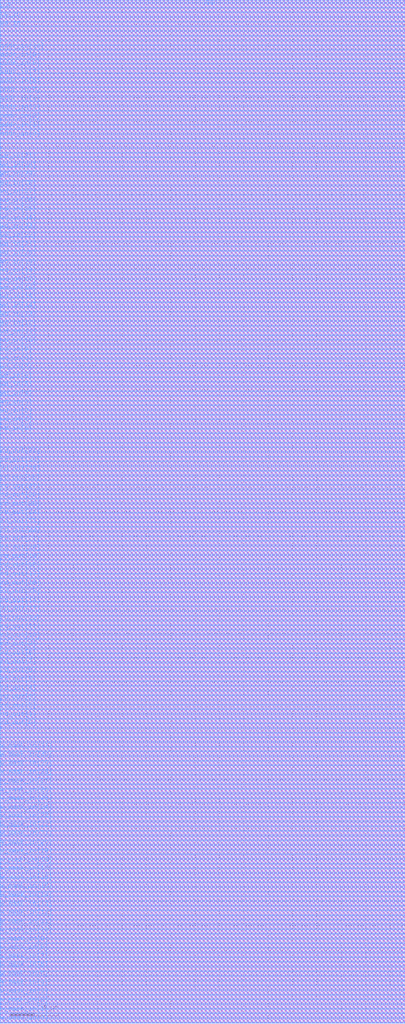
<source format=lef>
# Generated by FakeRAM 2.0
VERSION 5.7 ;
BUSBITCHARS "[]" ;
PROPERTYDEFINITIONS
  MACRO width INTEGER ;
  MACRO depth INTEGER ;
  MACRO banks INTEGER ;
END PROPERTYDEFINITIONS
MACRO fakeram7_sp_2048x32
  PROPERTY width 32 ;
  PROPERTY depth 2048 ;
  PROPERTY banks 8 ;
  FOREIGN fakeram7_sp_2048x32 0 0 ;
  SYMMETRY X Y ;
  SIZE 33.250 BY 84.000 ;
  CLASS BLOCK ;
  PIN w_mask_in[0]
    DIRECTION INPUT ;
    USE SIGNAL ;
    SHAPE ABUTMENT ;
    PORT
      LAYER M4 ;
      RECT 0.000 0.048 0.024 0.072 ;
    END
  END w_mask_in[0]
  PIN w_mask_in[1]
    DIRECTION INPUT ;
    USE SIGNAL ;
    SHAPE ABUTMENT ;
    PORT
      LAYER M4 ;
      RECT 0.000 0.768 0.024 0.792 ;
    END
  END w_mask_in[1]
  PIN w_mask_in[2]
    DIRECTION INPUT ;
    USE SIGNAL ;
    SHAPE ABUTMENT ;
    PORT
      LAYER M4 ;
      RECT 0.000 1.488 0.024 1.512 ;
    END
  END w_mask_in[2]
  PIN w_mask_in[3]
    DIRECTION INPUT ;
    USE SIGNAL ;
    SHAPE ABUTMENT ;
    PORT
      LAYER M4 ;
      RECT 0.000 2.208 0.024 2.232 ;
    END
  END w_mask_in[3]
  PIN w_mask_in[4]
    DIRECTION INPUT ;
    USE SIGNAL ;
    SHAPE ABUTMENT ;
    PORT
      LAYER M4 ;
      RECT 0.000 2.928 0.024 2.952 ;
    END
  END w_mask_in[4]
  PIN w_mask_in[5]
    DIRECTION INPUT ;
    USE SIGNAL ;
    SHAPE ABUTMENT ;
    PORT
      LAYER M4 ;
      RECT 0.000 3.648 0.024 3.672 ;
    END
  END w_mask_in[5]
  PIN w_mask_in[6]
    DIRECTION INPUT ;
    USE SIGNAL ;
    SHAPE ABUTMENT ;
    PORT
      LAYER M4 ;
      RECT 0.000 4.368 0.024 4.392 ;
    END
  END w_mask_in[6]
  PIN w_mask_in[7]
    DIRECTION INPUT ;
    USE SIGNAL ;
    SHAPE ABUTMENT ;
    PORT
      LAYER M4 ;
      RECT 0.000 5.088 0.024 5.112 ;
    END
  END w_mask_in[7]
  PIN w_mask_in[8]
    DIRECTION INPUT ;
    USE SIGNAL ;
    SHAPE ABUTMENT ;
    PORT
      LAYER M4 ;
      RECT 0.000 5.808 0.024 5.832 ;
    END
  END w_mask_in[8]
  PIN w_mask_in[9]
    DIRECTION INPUT ;
    USE SIGNAL ;
    SHAPE ABUTMENT ;
    PORT
      LAYER M4 ;
      RECT 0.000 6.528 0.024 6.552 ;
    END
  END w_mask_in[9]
  PIN w_mask_in[10]
    DIRECTION INPUT ;
    USE SIGNAL ;
    SHAPE ABUTMENT ;
    PORT
      LAYER M4 ;
      RECT 0.000 7.248 0.024 7.272 ;
    END
  END w_mask_in[10]
  PIN w_mask_in[11]
    DIRECTION INPUT ;
    USE SIGNAL ;
    SHAPE ABUTMENT ;
    PORT
      LAYER M4 ;
      RECT 0.000 7.968 0.024 7.992 ;
    END
  END w_mask_in[11]
  PIN w_mask_in[12]
    DIRECTION INPUT ;
    USE SIGNAL ;
    SHAPE ABUTMENT ;
    PORT
      LAYER M4 ;
      RECT 0.000 8.688 0.024 8.712 ;
    END
  END w_mask_in[12]
  PIN w_mask_in[13]
    DIRECTION INPUT ;
    USE SIGNAL ;
    SHAPE ABUTMENT ;
    PORT
      LAYER M4 ;
      RECT 0.000 9.408 0.024 9.432 ;
    END
  END w_mask_in[13]
  PIN w_mask_in[14]
    DIRECTION INPUT ;
    USE SIGNAL ;
    SHAPE ABUTMENT ;
    PORT
      LAYER M4 ;
      RECT 0.000 10.128 0.024 10.152 ;
    END
  END w_mask_in[14]
  PIN w_mask_in[15]
    DIRECTION INPUT ;
    USE SIGNAL ;
    SHAPE ABUTMENT ;
    PORT
      LAYER M4 ;
      RECT 0.000 10.848 0.024 10.872 ;
    END
  END w_mask_in[15]
  PIN w_mask_in[16]
    DIRECTION INPUT ;
    USE SIGNAL ;
    SHAPE ABUTMENT ;
    PORT
      LAYER M4 ;
      RECT 0.000 11.568 0.024 11.592 ;
    END
  END w_mask_in[16]
  PIN w_mask_in[17]
    DIRECTION INPUT ;
    USE SIGNAL ;
    SHAPE ABUTMENT ;
    PORT
      LAYER M4 ;
      RECT 0.000 12.288 0.024 12.312 ;
    END
  END w_mask_in[17]
  PIN w_mask_in[18]
    DIRECTION INPUT ;
    USE SIGNAL ;
    SHAPE ABUTMENT ;
    PORT
      LAYER M4 ;
      RECT 0.000 13.008 0.024 13.032 ;
    END
  END w_mask_in[18]
  PIN w_mask_in[19]
    DIRECTION INPUT ;
    USE SIGNAL ;
    SHAPE ABUTMENT ;
    PORT
      LAYER M4 ;
      RECT 0.000 13.728 0.024 13.752 ;
    END
  END w_mask_in[19]
  PIN w_mask_in[20]
    DIRECTION INPUT ;
    USE SIGNAL ;
    SHAPE ABUTMENT ;
    PORT
      LAYER M4 ;
      RECT 0.000 14.448 0.024 14.472 ;
    END
  END w_mask_in[20]
  PIN w_mask_in[21]
    DIRECTION INPUT ;
    USE SIGNAL ;
    SHAPE ABUTMENT ;
    PORT
      LAYER M4 ;
      RECT 0.000 15.168 0.024 15.192 ;
    END
  END w_mask_in[21]
  PIN w_mask_in[22]
    DIRECTION INPUT ;
    USE SIGNAL ;
    SHAPE ABUTMENT ;
    PORT
      LAYER M4 ;
      RECT 0.000 15.888 0.024 15.912 ;
    END
  END w_mask_in[22]
  PIN w_mask_in[23]
    DIRECTION INPUT ;
    USE SIGNAL ;
    SHAPE ABUTMENT ;
    PORT
      LAYER M4 ;
      RECT 0.000 16.608 0.024 16.632 ;
    END
  END w_mask_in[23]
  PIN w_mask_in[24]
    DIRECTION INPUT ;
    USE SIGNAL ;
    SHAPE ABUTMENT ;
    PORT
      LAYER M4 ;
      RECT 0.000 17.328 0.024 17.352 ;
    END
  END w_mask_in[24]
  PIN w_mask_in[25]
    DIRECTION INPUT ;
    USE SIGNAL ;
    SHAPE ABUTMENT ;
    PORT
      LAYER M4 ;
      RECT 0.000 18.048 0.024 18.072 ;
    END
  END w_mask_in[25]
  PIN w_mask_in[26]
    DIRECTION INPUT ;
    USE SIGNAL ;
    SHAPE ABUTMENT ;
    PORT
      LAYER M4 ;
      RECT 0.000 18.768 0.024 18.792 ;
    END
  END w_mask_in[26]
  PIN w_mask_in[27]
    DIRECTION INPUT ;
    USE SIGNAL ;
    SHAPE ABUTMENT ;
    PORT
      LAYER M4 ;
      RECT 0.000 19.488 0.024 19.512 ;
    END
  END w_mask_in[27]
  PIN w_mask_in[28]
    DIRECTION INPUT ;
    USE SIGNAL ;
    SHAPE ABUTMENT ;
    PORT
      LAYER M4 ;
      RECT 0.000 20.208 0.024 20.232 ;
    END
  END w_mask_in[28]
  PIN w_mask_in[29]
    DIRECTION INPUT ;
    USE SIGNAL ;
    SHAPE ABUTMENT ;
    PORT
      LAYER M4 ;
      RECT 0.000 20.928 0.024 20.952 ;
    END
  END w_mask_in[29]
  PIN w_mask_in[30]
    DIRECTION INPUT ;
    USE SIGNAL ;
    SHAPE ABUTMENT ;
    PORT
      LAYER M4 ;
      RECT 0.000 21.648 0.024 21.672 ;
    END
  END w_mask_in[30]
  PIN w_mask_in[31]
    DIRECTION INPUT ;
    USE SIGNAL ;
    SHAPE ABUTMENT ;
    PORT
      LAYER M4 ;
      RECT 0.000 22.368 0.024 22.392 ;
    END
  END w_mask_in[31]
  PIN rd_out[0]
    DIRECTION OUTPUT ;
    USE SIGNAL ;
    SHAPE ABUTMENT ;
    PORT
      LAYER M4 ;
      RECT 0.000 24.240 0.024 24.264 ;
    END
  END rd_out[0]
  PIN rd_out[1]
    DIRECTION OUTPUT ;
    USE SIGNAL ;
    SHAPE ABUTMENT ;
    PORT
      LAYER M4 ;
      RECT 0.000 24.960 0.024 24.984 ;
    END
  END rd_out[1]
  PIN rd_out[2]
    DIRECTION OUTPUT ;
    USE SIGNAL ;
    SHAPE ABUTMENT ;
    PORT
      LAYER M4 ;
      RECT 0.000 25.680 0.024 25.704 ;
    END
  END rd_out[2]
  PIN rd_out[3]
    DIRECTION OUTPUT ;
    USE SIGNAL ;
    SHAPE ABUTMENT ;
    PORT
      LAYER M4 ;
      RECT 0.000 26.400 0.024 26.424 ;
    END
  END rd_out[3]
  PIN rd_out[4]
    DIRECTION OUTPUT ;
    USE SIGNAL ;
    SHAPE ABUTMENT ;
    PORT
      LAYER M4 ;
      RECT 0.000 27.120 0.024 27.144 ;
    END
  END rd_out[4]
  PIN rd_out[5]
    DIRECTION OUTPUT ;
    USE SIGNAL ;
    SHAPE ABUTMENT ;
    PORT
      LAYER M4 ;
      RECT 0.000 27.840 0.024 27.864 ;
    END
  END rd_out[5]
  PIN rd_out[6]
    DIRECTION OUTPUT ;
    USE SIGNAL ;
    SHAPE ABUTMENT ;
    PORT
      LAYER M4 ;
      RECT 0.000 28.560 0.024 28.584 ;
    END
  END rd_out[6]
  PIN rd_out[7]
    DIRECTION OUTPUT ;
    USE SIGNAL ;
    SHAPE ABUTMENT ;
    PORT
      LAYER M4 ;
      RECT 0.000 29.280 0.024 29.304 ;
    END
  END rd_out[7]
  PIN rd_out[8]
    DIRECTION OUTPUT ;
    USE SIGNAL ;
    SHAPE ABUTMENT ;
    PORT
      LAYER M4 ;
      RECT 0.000 30.000 0.024 30.024 ;
    END
  END rd_out[8]
  PIN rd_out[9]
    DIRECTION OUTPUT ;
    USE SIGNAL ;
    SHAPE ABUTMENT ;
    PORT
      LAYER M4 ;
      RECT 0.000 30.720 0.024 30.744 ;
    END
  END rd_out[9]
  PIN rd_out[10]
    DIRECTION OUTPUT ;
    USE SIGNAL ;
    SHAPE ABUTMENT ;
    PORT
      LAYER M4 ;
      RECT 0.000 31.440 0.024 31.464 ;
    END
  END rd_out[10]
  PIN rd_out[11]
    DIRECTION OUTPUT ;
    USE SIGNAL ;
    SHAPE ABUTMENT ;
    PORT
      LAYER M4 ;
      RECT 0.000 32.160 0.024 32.184 ;
    END
  END rd_out[11]
  PIN rd_out[12]
    DIRECTION OUTPUT ;
    USE SIGNAL ;
    SHAPE ABUTMENT ;
    PORT
      LAYER M4 ;
      RECT 0.000 32.880 0.024 32.904 ;
    END
  END rd_out[12]
  PIN rd_out[13]
    DIRECTION OUTPUT ;
    USE SIGNAL ;
    SHAPE ABUTMENT ;
    PORT
      LAYER M4 ;
      RECT 0.000 33.600 0.024 33.624 ;
    END
  END rd_out[13]
  PIN rd_out[14]
    DIRECTION OUTPUT ;
    USE SIGNAL ;
    SHAPE ABUTMENT ;
    PORT
      LAYER M4 ;
      RECT 0.000 34.320 0.024 34.344 ;
    END
  END rd_out[14]
  PIN rd_out[15]
    DIRECTION OUTPUT ;
    USE SIGNAL ;
    SHAPE ABUTMENT ;
    PORT
      LAYER M4 ;
      RECT 0.000 35.040 0.024 35.064 ;
    END
  END rd_out[15]
  PIN rd_out[16]
    DIRECTION OUTPUT ;
    USE SIGNAL ;
    SHAPE ABUTMENT ;
    PORT
      LAYER M4 ;
      RECT 0.000 35.760 0.024 35.784 ;
    END
  END rd_out[16]
  PIN rd_out[17]
    DIRECTION OUTPUT ;
    USE SIGNAL ;
    SHAPE ABUTMENT ;
    PORT
      LAYER M4 ;
      RECT 0.000 36.480 0.024 36.504 ;
    END
  END rd_out[17]
  PIN rd_out[18]
    DIRECTION OUTPUT ;
    USE SIGNAL ;
    SHAPE ABUTMENT ;
    PORT
      LAYER M4 ;
      RECT 0.000 37.200 0.024 37.224 ;
    END
  END rd_out[18]
  PIN rd_out[19]
    DIRECTION OUTPUT ;
    USE SIGNAL ;
    SHAPE ABUTMENT ;
    PORT
      LAYER M4 ;
      RECT 0.000 37.920 0.024 37.944 ;
    END
  END rd_out[19]
  PIN rd_out[20]
    DIRECTION OUTPUT ;
    USE SIGNAL ;
    SHAPE ABUTMENT ;
    PORT
      LAYER M4 ;
      RECT 0.000 38.640 0.024 38.664 ;
    END
  END rd_out[20]
  PIN rd_out[21]
    DIRECTION OUTPUT ;
    USE SIGNAL ;
    SHAPE ABUTMENT ;
    PORT
      LAYER M4 ;
      RECT 0.000 39.360 0.024 39.384 ;
    END
  END rd_out[21]
  PIN rd_out[22]
    DIRECTION OUTPUT ;
    USE SIGNAL ;
    SHAPE ABUTMENT ;
    PORT
      LAYER M4 ;
      RECT 0.000 40.080 0.024 40.104 ;
    END
  END rd_out[22]
  PIN rd_out[23]
    DIRECTION OUTPUT ;
    USE SIGNAL ;
    SHAPE ABUTMENT ;
    PORT
      LAYER M4 ;
      RECT 0.000 40.800 0.024 40.824 ;
    END
  END rd_out[23]
  PIN rd_out[24]
    DIRECTION OUTPUT ;
    USE SIGNAL ;
    SHAPE ABUTMENT ;
    PORT
      LAYER M4 ;
      RECT 0.000 41.520 0.024 41.544 ;
    END
  END rd_out[24]
  PIN rd_out[25]
    DIRECTION OUTPUT ;
    USE SIGNAL ;
    SHAPE ABUTMENT ;
    PORT
      LAYER M4 ;
      RECT 0.000 42.240 0.024 42.264 ;
    END
  END rd_out[25]
  PIN rd_out[26]
    DIRECTION OUTPUT ;
    USE SIGNAL ;
    SHAPE ABUTMENT ;
    PORT
      LAYER M4 ;
      RECT 0.000 42.960 0.024 42.984 ;
    END
  END rd_out[26]
  PIN rd_out[27]
    DIRECTION OUTPUT ;
    USE SIGNAL ;
    SHAPE ABUTMENT ;
    PORT
      LAYER M4 ;
      RECT 0.000 43.680 0.024 43.704 ;
    END
  END rd_out[27]
  PIN rd_out[28]
    DIRECTION OUTPUT ;
    USE SIGNAL ;
    SHAPE ABUTMENT ;
    PORT
      LAYER M4 ;
      RECT 0.000 44.400 0.024 44.424 ;
    END
  END rd_out[28]
  PIN rd_out[29]
    DIRECTION OUTPUT ;
    USE SIGNAL ;
    SHAPE ABUTMENT ;
    PORT
      LAYER M4 ;
      RECT 0.000 45.120 0.024 45.144 ;
    END
  END rd_out[29]
  PIN rd_out[30]
    DIRECTION OUTPUT ;
    USE SIGNAL ;
    SHAPE ABUTMENT ;
    PORT
      LAYER M4 ;
      RECT 0.000 45.840 0.024 45.864 ;
    END
  END rd_out[30]
  PIN rd_out[31]
    DIRECTION OUTPUT ;
    USE SIGNAL ;
    SHAPE ABUTMENT ;
    PORT
      LAYER M4 ;
      RECT 0.000 46.560 0.024 46.584 ;
    END
  END rd_out[31]
  PIN wd_in[0]
    DIRECTION INPUT ;
    USE SIGNAL ;
    SHAPE ABUTMENT ;
    PORT
      LAYER M4 ;
      RECT 0.000 48.432 0.024 48.456 ;
    END
  END wd_in[0]
  PIN wd_in[1]
    DIRECTION INPUT ;
    USE SIGNAL ;
    SHAPE ABUTMENT ;
    PORT
      LAYER M4 ;
      RECT 0.000 49.152 0.024 49.176 ;
    END
  END wd_in[1]
  PIN wd_in[2]
    DIRECTION INPUT ;
    USE SIGNAL ;
    SHAPE ABUTMENT ;
    PORT
      LAYER M4 ;
      RECT 0.000 49.872 0.024 49.896 ;
    END
  END wd_in[2]
  PIN wd_in[3]
    DIRECTION INPUT ;
    USE SIGNAL ;
    SHAPE ABUTMENT ;
    PORT
      LAYER M4 ;
      RECT 0.000 50.592 0.024 50.616 ;
    END
  END wd_in[3]
  PIN wd_in[4]
    DIRECTION INPUT ;
    USE SIGNAL ;
    SHAPE ABUTMENT ;
    PORT
      LAYER M4 ;
      RECT 0.000 51.312 0.024 51.336 ;
    END
  END wd_in[4]
  PIN wd_in[5]
    DIRECTION INPUT ;
    USE SIGNAL ;
    SHAPE ABUTMENT ;
    PORT
      LAYER M4 ;
      RECT 0.000 52.032 0.024 52.056 ;
    END
  END wd_in[5]
  PIN wd_in[6]
    DIRECTION INPUT ;
    USE SIGNAL ;
    SHAPE ABUTMENT ;
    PORT
      LAYER M4 ;
      RECT 0.000 52.752 0.024 52.776 ;
    END
  END wd_in[6]
  PIN wd_in[7]
    DIRECTION INPUT ;
    USE SIGNAL ;
    SHAPE ABUTMENT ;
    PORT
      LAYER M4 ;
      RECT 0.000 53.472 0.024 53.496 ;
    END
  END wd_in[7]
  PIN wd_in[8]
    DIRECTION INPUT ;
    USE SIGNAL ;
    SHAPE ABUTMENT ;
    PORT
      LAYER M4 ;
      RECT 0.000 54.192 0.024 54.216 ;
    END
  END wd_in[8]
  PIN wd_in[9]
    DIRECTION INPUT ;
    USE SIGNAL ;
    SHAPE ABUTMENT ;
    PORT
      LAYER M4 ;
      RECT 0.000 54.912 0.024 54.936 ;
    END
  END wd_in[9]
  PIN wd_in[10]
    DIRECTION INPUT ;
    USE SIGNAL ;
    SHAPE ABUTMENT ;
    PORT
      LAYER M4 ;
      RECT 0.000 55.632 0.024 55.656 ;
    END
  END wd_in[10]
  PIN wd_in[11]
    DIRECTION INPUT ;
    USE SIGNAL ;
    SHAPE ABUTMENT ;
    PORT
      LAYER M4 ;
      RECT 0.000 56.352 0.024 56.376 ;
    END
  END wd_in[11]
  PIN wd_in[12]
    DIRECTION INPUT ;
    USE SIGNAL ;
    SHAPE ABUTMENT ;
    PORT
      LAYER M4 ;
      RECT 0.000 57.072 0.024 57.096 ;
    END
  END wd_in[12]
  PIN wd_in[13]
    DIRECTION INPUT ;
    USE SIGNAL ;
    SHAPE ABUTMENT ;
    PORT
      LAYER M4 ;
      RECT 0.000 57.792 0.024 57.816 ;
    END
  END wd_in[13]
  PIN wd_in[14]
    DIRECTION INPUT ;
    USE SIGNAL ;
    SHAPE ABUTMENT ;
    PORT
      LAYER M4 ;
      RECT 0.000 58.512 0.024 58.536 ;
    END
  END wd_in[14]
  PIN wd_in[15]
    DIRECTION INPUT ;
    USE SIGNAL ;
    SHAPE ABUTMENT ;
    PORT
      LAYER M4 ;
      RECT 0.000 59.232 0.024 59.256 ;
    END
  END wd_in[15]
  PIN wd_in[16]
    DIRECTION INPUT ;
    USE SIGNAL ;
    SHAPE ABUTMENT ;
    PORT
      LAYER M4 ;
      RECT 0.000 59.952 0.024 59.976 ;
    END
  END wd_in[16]
  PIN wd_in[17]
    DIRECTION INPUT ;
    USE SIGNAL ;
    SHAPE ABUTMENT ;
    PORT
      LAYER M4 ;
      RECT 0.000 60.672 0.024 60.696 ;
    END
  END wd_in[17]
  PIN wd_in[18]
    DIRECTION INPUT ;
    USE SIGNAL ;
    SHAPE ABUTMENT ;
    PORT
      LAYER M4 ;
      RECT 0.000 61.392 0.024 61.416 ;
    END
  END wd_in[18]
  PIN wd_in[19]
    DIRECTION INPUT ;
    USE SIGNAL ;
    SHAPE ABUTMENT ;
    PORT
      LAYER M4 ;
      RECT 0.000 62.112 0.024 62.136 ;
    END
  END wd_in[19]
  PIN wd_in[20]
    DIRECTION INPUT ;
    USE SIGNAL ;
    SHAPE ABUTMENT ;
    PORT
      LAYER M4 ;
      RECT 0.000 62.832 0.024 62.856 ;
    END
  END wd_in[20]
  PIN wd_in[21]
    DIRECTION INPUT ;
    USE SIGNAL ;
    SHAPE ABUTMENT ;
    PORT
      LAYER M4 ;
      RECT 0.000 63.552 0.024 63.576 ;
    END
  END wd_in[21]
  PIN wd_in[22]
    DIRECTION INPUT ;
    USE SIGNAL ;
    SHAPE ABUTMENT ;
    PORT
      LAYER M4 ;
      RECT 0.000 64.272 0.024 64.296 ;
    END
  END wd_in[22]
  PIN wd_in[23]
    DIRECTION INPUT ;
    USE SIGNAL ;
    SHAPE ABUTMENT ;
    PORT
      LAYER M4 ;
      RECT 0.000 64.992 0.024 65.016 ;
    END
  END wd_in[23]
  PIN wd_in[24]
    DIRECTION INPUT ;
    USE SIGNAL ;
    SHAPE ABUTMENT ;
    PORT
      LAYER M4 ;
      RECT 0.000 65.712 0.024 65.736 ;
    END
  END wd_in[24]
  PIN wd_in[25]
    DIRECTION INPUT ;
    USE SIGNAL ;
    SHAPE ABUTMENT ;
    PORT
      LAYER M4 ;
      RECT 0.000 66.432 0.024 66.456 ;
    END
  END wd_in[25]
  PIN wd_in[26]
    DIRECTION INPUT ;
    USE SIGNAL ;
    SHAPE ABUTMENT ;
    PORT
      LAYER M4 ;
      RECT 0.000 67.152 0.024 67.176 ;
    END
  END wd_in[26]
  PIN wd_in[27]
    DIRECTION INPUT ;
    USE SIGNAL ;
    SHAPE ABUTMENT ;
    PORT
      LAYER M4 ;
      RECT 0.000 67.872 0.024 67.896 ;
    END
  END wd_in[27]
  PIN wd_in[28]
    DIRECTION INPUT ;
    USE SIGNAL ;
    SHAPE ABUTMENT ;
    PORT
      LAYER M4 ;
      RECT 0.000 68.592 0.024 68.616 ;
    END
  END wd_in[28]
  PIN wd_in[29]
    DIRECTION INPUT ;
    USE SIGNAL ;
    SHAPE ABUTMENT ;
    PORT
      LAYER M4 ;
      RECT 0.000 69.312 0.024 69.336 ;
    END
  END wd_in[29]
  PIN wd_in[30]
    DIRECTION INPUT ;
    USE SIGNAL ;
    SHAPE ABUTMENT ;
    PORT
      LAYER M4 ;
      RECT 0.000 70.032 0.024 70.056 ;
    END
  END wd_in[30]
  PIN wd_in[31]
    DIRECTION INPUT ;
    USE SIGNAL ;
    SHAPE ABUTMENT ;
    PORT
      LAYER M4 ;
      RECT 0.000 70.752 0.024 70.776 ;
    END
  END wd_in[31]
  PIN addr_in[0]
    DIRECTION INPUT ;
    USE SIGNAL ;
    SHAPE ABUTMENT ;
    PORT
      LAYER M4 ;
      RECT 0.000 72.624 0.024 72.648 ;
    END
  END addr_in[0]
  PIN addr_in[1]
    DIRECTION INPUT ;
    USE SIGNAL ;
    SHAPE ABUTMENT ;
    PORT
      LAYER M4 ;
      RECT 0.000 73.344 0.024 73.368 ;
    END
  END addr_in[1]
  PIN addr_in[2]
    DIRECTION INPUT ;
    USE SIGNAL ;
    SHAPE ABUTMENT ;
    PORT
      LAYER M4 ;
      RECT 0.000 74.064 0.024 74.088 ;
    END
  END addr_in[2]
  PIN addr_in[3]
    DIRECTION INPUT ;
    USE SIGNAL ;
    SHAPE ABUTMENT ;
    PORT
      LAYER M4 ;
      RECT 0.000 74.784 0.024 74.808 ;
    END
  END addr_in[3]
  PIN addr_in[4]
    DIRECTION INPUT ;
    USE SIGNAL ;
    SHAPE ABUTMENT ;
    PORT
      LAYER M4 ;
      RECT 0.000 75.504 0.024 75.528 ;
    END
  END addr_in[4]
  PIN addr_in[5]
    DIRECTION INPUT ;
    USE SIGNAL ;
    SHAPE ABUTMENT ;
    PORT
      LAYER M4 ;
      RECT 0.000 76.224 0.024 76.248 ;
    END
  END addr_in[5]
  PIN addr_in[6]
    DIRECTION INPUT ;
    USE SIGNAL ;
    SHAPE ABUTMENT ;
    PORT
      LAYER M4 ;
      RECT 0.000 76.944 0.024 76.968 ;
    END
  END addr_in[6]
  PIN addr_in[7]
    DIRECTION INPUT ;
    USE SIGNAL ;
    SHAPE ABUTMENT ;
    PORT
      LAYER M4 ;
      RECT 0.000 77.664 0.024 77.688 ;
    END
  END addr_in[7]
  PIN addr_in[8]
    DIRECTION INPUT ;
    USE SIGNAL ;
    SHAPE ABUTMENT ;
    PORT
      LAYER M4 ;
      RECT 0.000 78.384 0.024 78.408 ;
    END
  END addr_in[8]
  PIN addr_in[9]
    DIRECTION INPUT ;
    USE SIGNAL ;
    SHAPE ABUTMENT ;
    PORT
      LAYER M4 ;
      RECT 0.000 79.104 0.024 79.128 ;
    END
  END addr_in[9]
  PIN addr_in[10]
    DIRECTION INPUT ;
    USE SIGNAL ;
    SHAPE ABUTMENT ;
    PORT
      LAYER M4 ;
      RECT 0.000 79.824 0.024 79.848 ;
    END
  END addr_in[10]
  PIN we_in
    DIRECTION INPUT ;
    USE SIGNAL ;
    SHAPE ABUTMENT ;
    PORT
      LAYER M4 ;
      RECT 0.000 81.696 0.024 81.720 ;
    END
  END we_in
  PIN ce_in
    DIRECTION INPUT ;
    USE SIGNAL ;
    SHAPE ABUTMENT ;
    PORT
      LAYER M4 ;
      RECT 0.000 82.416 0.024 82.440 ;
    END
  END ce_in
  PIN clk
    DIRECTION INPUT ;
    USE SIGNAL ;
    SHAPE ABUTMENT ;
    PORT
      LAYER M4 ;
      RECT 0.000 83.136 0.024 83.160 ;
    END
  END clk
  PIN VSS
    DIRECTION INOUT ;
    USE GROUND ;
    PORT
      LAYER M4 ;
      RECT 0.048 0.000 33.202 0.096 ;
      RECT 0.048 0.768 33.202 0.864 ;
      RECT 0.048 1.536 33.202 1.632 ;
      RECT 0.048 2.304 33.202 2.400 ;
      RECT 0.048 3.072 33.202 3.168 ;
      RECT 0.048 3.840 33.202 3.936 ;
      RECT 0.048 4.608 33.202 4.704 ;
      RECT 0.048 5.376 33.202 5.472 ;
      RECT 0.048 6.144 33.202 6.240 ;
      RECT 0.048 6.912 33.202 7.008 ;
      RECT 0.048 7.680 33.202 7.776 ;
      RECT 0.048 8.448 33.202 8.544 ;
      RECT 0.048 9.216 33.202 9.312 ;
      RECT 0.048 9.984 33.202 10.080 ;
      RECT 0.048 10.752 33.202 10.848 ;
      RECT 0.048 11.520 33.202 11.616 ;
      RECT 0.048 12.288 33.202 12.384 ;
      RECT 0.048 13.056 33.202 13.152 ;
      RECT 0.048 13.824 33.202 13.920 ;
      RECT 0.048 14.592 33.202 14.688 ;
      RECT 0.048 15.360 33.202 15.456 ;
      RECT 0.048 16.128 33.202 16.224 ;
      RECT 0.048 16.896 33.202 16.992 ;
      RECT 0.048 17.664 33.202 17.760 ;
      RECT 0.048 18.432 33.202 18.528 ;
      RECT 0.048 19.200 33.202 19.296 ;
      RECT 0.048 19.968 33.202 20.064 ;
      RECT 0.048 20.736 33.202 20.832 ;
      RECT 0.048 21.504 33.202 21.600 ;
      RECT 0.048 22.272 33.202 22.368 ;
      RECT 0.048 23.040 33.202 23.136 ;
      RECT 0.048 23.808 33.202 23.904 ;
      RECT 0.048 24.576 33.202 24.672 ;
      RECT 0.048 25.344 33.202 25.440 ;
      RECT 0.048 26.112 33.202 26.208 ;
      RECT 0.048 26.880 33.202 26.976 ;
      RECT 0.048 27.648 33.202 27.744 ;
      RECT 0.048 28.416 33.202 28.512 ;
      RECT 0.048 29.184 33.202 29.280 ;
      RECT 0.048 29.952 33.202 30.048 ;
      RECT 0.048 30.720 33.202 30.816 ;
      RECT 0.048 31.488 33.202 31.584 ;
      RECT 0.048 32.256 33.202 32.352 ;
      RECT 0.048 33.024 33.202 33.120 ;
      RECT 0.048 33.792 33.202 33.888 ;
      RECT 0.048 34.560 33.202 34.656 ;
      RECT 0.048 35.328 33.202 35.424 ;
      RECT 0.048 36.096 33.202 36.192 ;
      RECT 0.048 36.864 33.202 36.960 ;
      RECT 0.048 37.632 33.202 37.728 ;
      RECT 0.048 38.400 33.202 38.496 ;
      RECT 0.048 39.168 33.202 39.264 ;
      RECT 0.048 39.936 33.202 40.032 ;
      RECT 0.048 40.704 33.202 40.800 ;
      RECT 0.048 41.472 33.202 41.568 ;
      RECT 0.048 42.240 33.202 42.336 ;
      RECT 0.048 43.008 33.202 43.104 ;
      RECT 0.048 43.776 33.202 43.872 ;
      RECT 0.048 44.544 33.202 44.640 ;
      RECT 0.048 45.312 33.202 45.408 ;
      RECT 0.048 46.080 33.202 46.176 ;
      RECT 0.048 46.848 33.202 46.944 ;
      RECT 0.048 47.616 33.202 47.712 ;
      RECT 0.048 48.384 33.202 48.480 ;
      RECT 0.048 49.152 33.202 49.248 ;
      RECT 0.048 49.920 33.202 50.016 ;
      RECT 0.048 50.688 33.202 50.784 ;
      RECT 0.048 51.456 33.202 51.552 ;
      RECT 0.048 52.224 33.202 52.320 ;
      RECT 0.048 52.992 33.202 53.088 ;
      RECT 0.048 53.760 33.202 53.856 ;
      RECT 0.048 54.528 33.202 54.624 ;
      RECT 0.048 55.296 33.202 55.392 ;
      RECT 0.048 56.064 33.202 56.160 ;
      RECT 0.048 56.832 33.202 56.928 ;
      RECT 0.048 57.600 33.202 57.696 ;
      RECT 0.048 58.368 33.202 58.464 ;
      RECT 0.048 59.136 33.202 59.232 ;
      RECT 0.048 59.904 33.202 60.000 ;
      RECT 0.048 60.672 33.202 60.768 ;
      RECT 0.048 61.440 33.202 61.536 ;
      RECT 0.048 62.208 33.202 62.304 ;
      RECT 0.048 62.976 33.202 63.072 ;
      RECT 0.048 63.744 33.202 63.840 ;
      RECT 0.048 64.512 33.202 64.608 ;
      RECT 0.048 65.280 33.202 65.376 ;
      RECT 0.048 66.048 33.202 66.144 ;
      RECT 0.048 66.816 33.202 66.912 ;
      RECT 0.048 67.584 33.202 67.680 ;
      RECT 0.048 68.352 33.202 68.448 ;
      RECT 0.048 69.120 33.202 69.216 ;
      RECT 0.048 69.888 33.202 69.984 ;
      RECT 0.048 70.656 33.202 70.752 ;
      RECT 0.048 71.424 33.202 71.520 ;
      RECT 0.048 72.192 33.202 72.288 ;
      RECT 0.048 72.960 33.202 73.056 ;
      RECT 0.048 73.728 33.202 73.824 ;
      RECT 0.048 74.496 33.202 74.592 ;
      RECT 0.048 75.264 33.202 75.360 ;
      RECT 0.048 76.032 33.202 76.128 ;
      RECT 0.048 76.800 33.202 76.896 ;
      RECT 0.048 77.568 33.202 77.664 ;
      RECT 0.048 78.336 33.202 78.432 ;
      RECT 0.048 79.104 33.202 79.200 ;
      RECT 0.048 79.872 33.202 79.968 ;
      RECT 0.048 80.640 33.202 80.736 ;
      RECT 0.048 81.408 33.202 81.504 ;
      RECT 0.048 82.176 33.202 82.272 ;
      RECT 0.048 82.944 33.202 83.040 ;
      RECT 0.048 83.712 33.202 83.808 ;
    END
  END VSS
  PIN VDD
    DIRECTION INOUT ;
    USE POWER ;
    PORT
      LAYER M4 ;
      RECT 0.048 0.384 33.202 0.480 ;
      RECT 0.048 1.152 33.202 1.248 ;
      RECT 0.048 1.920 33.202 2.016 ;
      RECT 0.048 2.688 33.202 2.784 ;
      RECT 0.048 3.456 33.202 3.552 ;
      RECT 0.048 4.224 33.202 4.320 ;
      RECT 0.048 4.992 33.202 5.088 ;
      RECT 0.048 5.760 33.202 5.856 ;
      RECT 0.048 6.528 33.202 6.624 ;
      RECT 0.048 7.296 33.202 7.392 ;
      RECT 0.048 8.064 33.202 8.160 ;
      RECT 0.048 8.832 33.202 8.928 ;
      RECT 0.048 9.600 33.202 9.696 ;
      RECT 0.048 10.368 33.202 10.464 ;
      RECT 0.048 11.136 33.202 11.232 ;
      RECT 0.048 11.904 33.202 12.000 ;
      RECT 0.048 12.672 33.202 12.768 ;
      RECT 0.048 13.440 33.202 13.536 ;
      RECT 0.048 14.208 33.202 14.304 ;
      RECT 0.048 14.976 33.202 15.072 ;
      RECT 0.048 15.744 33.202 15.840 ;
      RECT 0.048 16.512 33.202 16.608 ;
      RECT 0.048 17.280 33.202 17.376 ;
      RECT 0.048 18.048 33.202 18.144 ;
      RECT 0.048 18.816 33.202 18.912 ;
      RECT 0.048 19.584 33.202 19.680 ;
      RECT 0.048 20.352 33.202 20.448 ;
      RECT 0.048 21.120 33.202 21.216 ;
      RECT 0.048 21.888 33.202 21.984 ;
      RECT 0.048 22.656 33.202 22.752 ;
      RECT 0.048 23.424 33.202 23.520 ;
      RECT 0.048 24.192 33.202 24.288 ;
      RECT 0.048 24.960 33.202 25.056 ;
      RECT 0.048 25.728 33.202 25.824 ;
      RECT 0.048 26.496 33.202 26.592 ;
      RECT 0.048 27.264 33.202 27.360 ;
      RECT 0.048 28.032 33.202 28.128 ;
      RECT 0.048 28.800 33.202 28.896 ;
      RECT 0.048 29.568 33.202 29.664 ;
      RECT 0.048 30.336 33.202 30.432 ;
      RECT 0.048 31.104 33.202 31.200 ;
      RECT 0.048 31.872 33.202 31.968 ;
      RECT 0.048 32.640 33.202 32.736 ;
      RECT 0.048 33.408 33.202 33.504 ;
      RECT 0.048 34.176 33.202 34.272 ;
      RECT 0.048 34.944 33.202 35.040 ;
      RECT 0.048 35.712 33.202 35.808 ;
      RECT 0.048 36.480 33.202 36.576 ;
      RECT 0.048 37.248 33.202 37.344 ;
      RECT 0.048 38.016 33.202 38.112 ;
      RECT 0.048 38.784 33.202 38.880 ;
      RECT 0.048 39.552 33.202 39.648 ;
      RECT 0.048 40.320 33.202 40.416 ;
      RECT 0.048 41.088 33.202 41.184 ;
      RECT 0.048 41.856 33.202 41.952 ;
      RECT 0.048 42.624 33.202 42.720 ;
      RECT 0.048 43.392 33.202 43.488 ;
      RECT 0.048 44.160 33.202 44.256 ;
      RECT 0.048 44.928 33.202 45.024 ;
      RECT 0.048 45.696 33.202 45.792 ;
      RECT 0.048 46.464 33.202 46.560 ;
      RECT 0.048 47.232 33.202 47.328 ;
      RECT 0.048 48.000 33.202 48.096 ;
      RECT 0.048 48.768 33.202 48.864 ;
      RECT 0.048 49.536 33.202 49.632 ;
      RECT 0.048 50.304 33.202 50.400 ;
      RECT 0.048 51.072 33.202 51.168 ;
      RECT 0.048 51.840 33.202 51.936 ;
      RECT 0.048 52.608 33.202 52.704 ;
      RECT 0.048 53.376 33.202 53.472 ;
      RECT 0.048 54.144 33.202 54.240 ;
      RECT 0.048 54.912 33.202 55.008 ;
      RECT 0.048 55.680 33.202 55.776 ;
      RECT 0.048 56.448 33.202 56.544 ;
      RECT 0.048 57.216 33.202 57.312 ;
      RECT 0.048 57.984 33.202 58.080 ;
      RECT 0.048 58.752 33.202 58.848 ;
      RECT 0.048 59.520 33.202 59.616 ;
      RECT 0.048 60.288 33.202 60.384 ;
      RECT 0.048 61.056 33.202 61.152 ;
      RECT 0.048 61.824 33.202 61.920 ;
      RECT 0.048 62.592 33.202 62.688 ;
      RECT 0.048 63.360 33.202 63.456 ;
      RECT 0.048 64.128 33.202 64.224 ;
      RECT 0.048 64.896 33.202 64.992 ;
      RECT 0.048 65.664 33.202 65.760 ;
      RECT 0.048 66.432 33.202 66.528 ;
      RECT 0.048 67.200 33.202 67.296 ;
      RECT 0.048 67.968 33.202 68.064 ;
      RECT 0.048 68.736 33.202 68.832 ;
      RECT 0.048 69.504 33.202 69.600 ;
      RECT 0.048 70.272 33.202 70.368 ;
      RECT 0.048 71.040 33.202 71.136 ;
      RECT 0.048 71.808 33.202 71.904 ;
      RECT 0.048 72.576 33.202 72.672 ;
      RECT 0.048 73.344 33.202 73.440 ;
      RECT 0.048 74.112 33.202 74.208 ;
      RECT 0.048 74.880 33.202 74.976 ;
      RECT 0.048 75.648 33.202 75.744 ;
      RECT 0.048 76.416 33.202 76.512 ;
      RECT 0.048 77.184 33.202 77.280 ;
      RECT 0.048 77.952 33.202 78.048 ;
      RECT 0.048 78.720 33.202 78.816 ;
      RECT 0.048 79.488 33.202 79.584 ;
      RECT 0.048 80.256 33.202 80.352 ;
      RECT 0.048 81.024 33.202 81.120 ;
      RECT 0.048 81.792 33.202 81.888 ;
      RECT 0.048 82.560 33.202 82.656 ;
      RECT 0.048 83.328 33.202 83.424 ;
    END
  END VDD
  OBS
    LAYER M1 ;
    RECT 0 0 33.250 84.000 ;
    LAYER M2 ;
    RECT 0 0 33.250 84.000 ;
    LAYER M3 ;
    RECT 0 0 33.250 84.000 ;
    LAYER M4 ;
    RECT 0 0 33.250 84.000 ;
  END
END fakeram7_sp_2048x32

END LIBRARY

</source>
